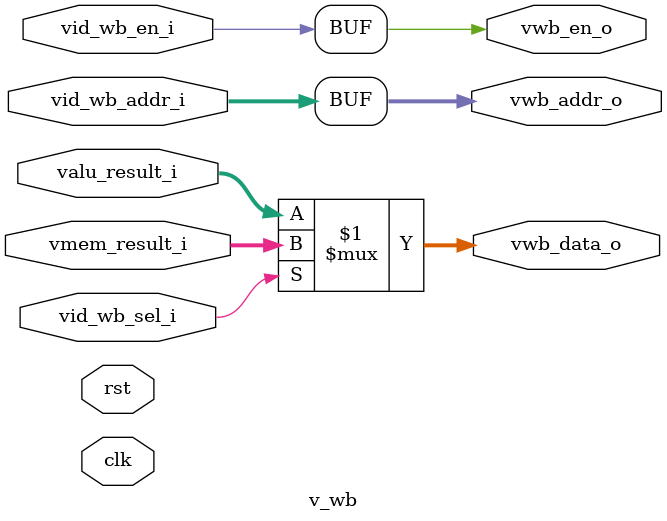
<source format=v>

module v_wb #(
    parameter VREG_DW = 512,
    parameter VREG_AW = 5
) (
    input                   clk,
    input                   rst,

    input                   vid_wb_en_i,
    input                   vid_wb_sel_i,
    input   [VREG_AW-1:0]   vid_wb_addr_i,
    input   [VREG_DW-1:0]   valu_result_i,
    input   [VREG_DW-1:0]   vmem_result_i,

    output                  vwb_en_o,
    output  [VREG_AW-1:0]   vwb_addr_o,
    output  [VREG_DW-1:0]   vwb_data_o
);

assign vwb_en_o     = vid_wb_en_i ;
assign vwb_addr_o   = vid_wb_addr_i ;
assign vwb_data_o   = ( vid_wb_sel_i )  ?   vmem_result_i : valu_result_i ;

endmodule 

</source>
